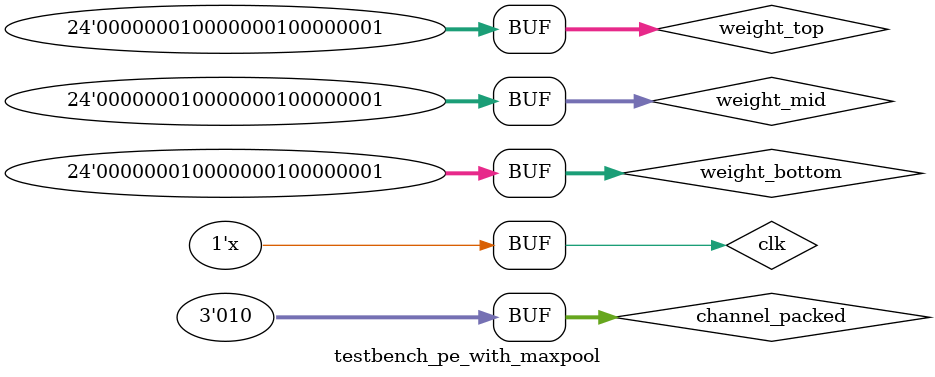
<source format=v>
`timescale 1ns / 1ps
module testbench_pe_with_maxpool();
parameter IMG_ROW = 13,WEIGHT_ROW =3 ;

reg[IMG_ROW-1     :0]        start;
reg[IMG_ROW-1     :0]        reset;
reg                          clk;
reg[2             :0]        channel_packed; 
reg[IMG_ROW*8-1   :0]        img;
reg[WEIGHT_ROW*8-1:0]        weight_top;
reg[WEIGHT_ROW*8-1:0]        weight_mid;
reg[WEIGHT_ROW*8-1:0]        weight_bottom;

wire[15:0] test;
pe_with_maxpool PE(
    .start(start),
    .reset(reset),
    .clk(clk),
    .channel_packed(channel_packed), 
    .img(img),
    .weight_top(weight_top),
    .weight_mid(weight_mid),
    .weight_bottom(weight_bottom),
    .out_value(test)
    );
    
    always begin #50; clk =!clk; end
    initial begin
        clk =1'b0;
        img = 8'h01;
        start =1'b1;
        weight_top = 23'h010101;
        weight_mid = 23'h010101;
        weight_bottom = 23'h010101;
        channel_packed = 3'b010;
    end
    always @(posedge clk) begin
        img = img<<8;
        img[7:0] = 8'h01;
        start <= start<<1;
        
    end
endmodule
</source>
